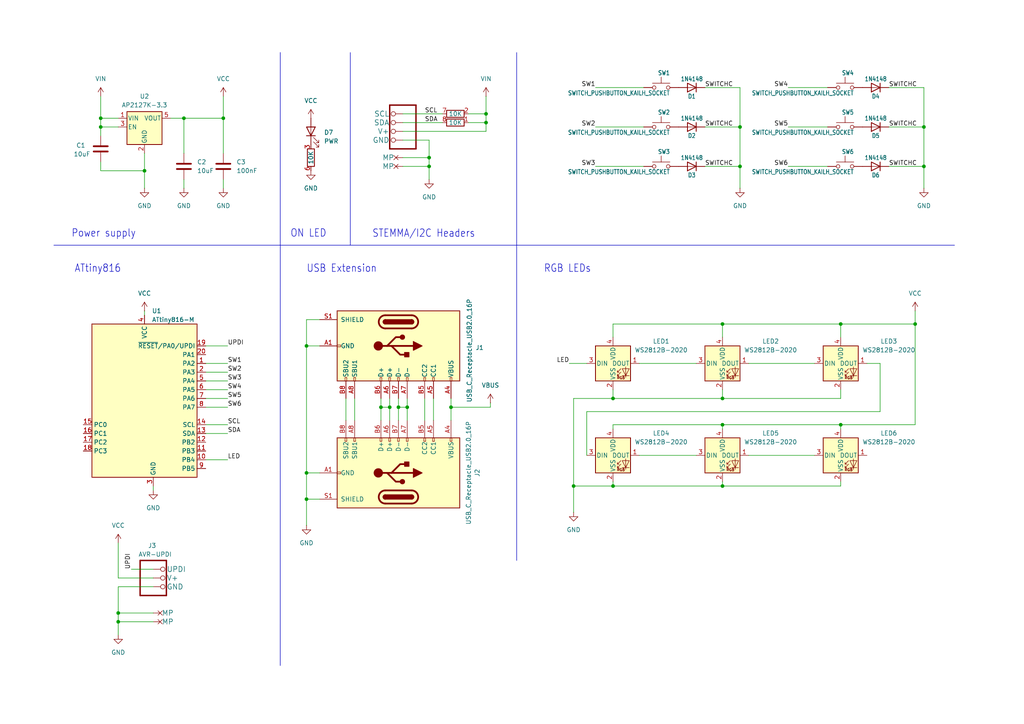
<source format=kicad_sch>
(kicad_sch (version 20250114) (generator "eeschema") (generator_version "9.0")
  (paper "A4")
  (lib_symbols
    (symbol "Device:C" (pin_numbers (hide yes)) (pin_names (offset 0.254))
      (property "Reference" "C" (at 0.635 2.54 0))
      (property "Value" "C" (at 0.635 -2.54 0))
      (symbol "C_0_1"
        (polyline (pts (xy -2.032 0.762) (xy 2.032 0.762)) (stroke (width 0.508)))
        (polyline (pts (xy -2.032 -0.762) (xy 2.032 -0.762)) (stroke (width 0.508)))
      )
      (symbol "C_1_1"
        (pin passive line (at 0 3.81 270) (length 2.794) (name "~") (number "1"))
        (pin passive line (at 0 -3.81 90) (length 2.794) (name "~") (number "2"))
      )
    )
    (symbol "Device:LED" (pin_numbers (hide yes)) (pin_names (offset 1.016) (hide yes))
      (property "Reference" "D" (at 0 2.54 0))
      (property "Value" "LED" (at 0 -2.54 0))
      (symbol "LED_0_1"
        (polyline (pts (xy -3.048 -0.762) (xy -4.572 -2.286) (xy -3.81 -2.286) (xy -4.572 -2.286) (xy -4.572 -1.524)))
        (polyline (pts (xy -1.778 -0.762) (xy -3.302 -2.286) (xy -2.54 -2.286) (xy -3.302 -2.286) (xy -3.302 -1.524)))
        (polyline (pts (xy -1.27 0) (xy 1.27 0)))
        (polyline (pts (xy -1.27 -1.27) (xy -1.27 1.27)) (stroke (width 0.254)))
        (polyline (pts (xy 1.27 -1.27) (xy 1.27 1.27) (xy -1.27 0) (xy 1.27 -1.27)) (stroke (width 0.254)))
      )
      (symbol "LED_1_1"
        (pin passive line (at -3.81 0 0) (length 2.54) (name "K") (number "1"))
        (pin passive line (at 3.81 0 180) (length 2.54) (name "A") (number "2"))
      )
    )
    (symbol "Device:R_Pack04_Split" (pin_names (offset 0) (hide yes))
      (property "Reference" "RN" (at 2.032 0 90))
      (property "Value" "R_Pack04_Split" (at 0 0 90))
      (symbol "R_Pack04_Split_0_1"
        (rectangle (start 1.016 2.54) (end -1.016 -2.54) (stroke (width 0.254)))
      )
      (symbol "R_Pack04_Split_1_1"
        (pin passive line (at 0 3.81 270) (length 1.27) (name "R1.2") (number "8"))
        (pin passive line (at 0 -3.81 90) (length 1.27) (name "R1.1") (number "1"))
      )
      (symbol "R_Pack04_Split_2_1"
        (pin passive line (at 0 3.81 270) (length 1.27) (name "R2.2") (number "7"))
        (pin passive line (at 0 -3.81 90) (length 1.27) (name "R2.1") (number "2"))
      )
      (symbol "R_Pack04_Split_3_1"
        (pin passive line (at 0 3.81 270) (length 1.27) (name "R3.2") (number "6"))
        (pin passive line (at 0 -3.81 90) (length 1.27) (name "R3.1") (number "3"))
      )
      (symbol "R_Pack04_Split_4_1"
        (pin passive line (at 0 3.81 270) (length 1.27) (name "R4.2") (number "5"))
        (pin passive line (at 0 -3.81 90) (length 1.27) (name "R4.1") (number "4"))
      )
    )
    (symbol "Diode:1N4148WS" (pin_numbers (hide yes)) (pin_names (hide yes))
      (property "Reference" "D" (at 0 2.54 0))
      (property "Value" "1N4148WS" (at 0 -2.54 0))
      (symbol "1N4148WS_0_1"
        (polyline (pts (xy -1.27 1.27) (xy -1.27 -1.27)) (stroke (width 0.254)))
        (polyline (pts (xy 1.27 1.27) (xy 1.27 -1.27) (xy -1.27 0) (xy 1.27 1.27)) (stroke (width 0.254)))
        (polyline (pts (xy 1.27 0) (xy -1.27 0)))
      )
      (symbol "1N4148WS_1_1"
        (pin passive line (at -3.81 0 0) (length 2.54) (name "K") (number "1"))
        (pin passive line (at 3.81 0 180) (length 2.54) (name "A") (number "2"))
      )
    )
    (symbol "LED:WS2812B-2020" (pin_names (offset 0.254))
      (property "Reference" "D" (at 5.08 5.715 0))
      (property "Value" "WS2812B-2020" (at 1.27 -5.715 0))
      (symbol "WS2812B-2020_0_0"
        (text "RGB" (at 2.286 -4.191 0) (effects (font (size 0.762 0.762))))
      )
      (symbol "WS2812B-2020_0_1"
        (polyline (pts (xy 1.27 -2.54) (xy 1.778 -2.54)))
        (polyline (pts (xy 1.27 -3.556) (xy 1.778 -3.556)))
        (polyline (pts (xy 2.286 -1.524) (xy 1.27 -2.54) (xy 1.27 -2.032)))
        (polyline (pts (xy 2.286 -2.54) (xy 1.27 -3.556) (xy 1.27 -3.048)))
        (polyline (pts (xy 3.683 -1.016) (xy 3.683 -3.556) (xy 3.683 -4.064)))
        (polyline (pts (xy 4.699 -1.524) (xy 2.667 -1.524) (xy 3.683 -3.556) (xy 4.699 -1.524)))
        (polyline (pts (xy 4.699 -3.556) (xy 2.667 -3.556)))
        (rectangle (start 5.08 5.08) (end -5.08 -5.08) (stroke (width 0.254)) (fill (type background)))
      )
      (symbol "WS2812B-2020_1_1"
        (pin input line (at -7.62 0 0) (length 2.54) (name "DIN") (number "3"))
        (pin power_in line (at 0 7.62 270) (length 2.54) (name "VDD") (number "4"))
        (pin power_in line (at 0 -7.62 90) (length 2.54) (name "VSS") (number "2"))
        (pin output line (at 7.62 0 180) (length 2.54) (name "DOUT") (number "1"))
      )
    )
    (symbol "Regulator_Linear:AP2127K-3.3" (pin_names (offset 0.254))
      (property "Reference" "U" (at -5.08 5.715 0))
      (property "Value" "AP2127K-3.3" (at 0 5.715 0))
      (symbol "AP2127K-3.3_0_1"
        (rectangle (start -5.08 4.445) (end 5.08 -5.08) (stroke (width 0.254)) (fill (type background)))
      )
      (symbol "AP2127K-3.3_1_1"
        (pin power_in line (at -7.62 2.54 0) (length 2.54) (name "VIN") (number "1"))
        (pin input line (at -7.62 0 0) (length 2.54) (name "EN") (number "3"))
        (pin power_in line (at 0 -7.62 90) (length 2.54) (name "GND") (number "2"))
        (pin no_connect line (at 5.08 0 180) (length 2.54) (hide yes) (name "NC") (number "4"))
        (pin power_out line (at 7.62 2.54 180) (length 2.54) (name "VOUT") (number "5"))
      )
    )
    (symbol "camelpad:ATtiny816-M"
      (property "Reference" "U" (at 2.286 22.098 0))
      (property "Value" "ATtiny816-M" (at 15.494 -24.384 0))
      (symbol "ATtiny816-M_0_1"
        (rectangle (start -15.24 21.59) (end 15.24 -22.86) (stroke (width 0.254)) (fill (type background)))
      )
      (symbol "ATtiny816-M_1_1"
        (pin bidirectional line (at -17.78 -7.62 0) (length 2.54) (name "PC0") (number "15"))
        (pin bidirectional line (at -17.78 -10.16 0) (length 2.54) (name "PC1") (number "16"))
        (pin bidirectional line (at -17.78 -12.7 0) (length 2.54) (name "PC2") (number "17"))
        (pin bidirectional line (at -17.78 -15.24 0) (length 2.54) (name "PC3") (number "18"))
        (pin passive line (at -2.54 -25.4 90) (length 2.54) (hide yes) (name "GND") (number "21"))
        (pin power_in line (at 0 24.13 270) (length 2.54) (name "VCC") (number "4"))
        (pin power_in line (at 2.54 -25.4 90) (length 2.54) (name "GND") (number "3"))
        (pin bidirectional line (at 17.78 15.24 180) (length 2.54) (name "~{RESET}/PA0/UPDI") (number "19"))
        (pin bidirectional line (at 17.78 12.7 180) (length 2.54) (name "PA1") (number "20") (alternate "SDA" bidirectional line))
        (pin bidirectional line (at 17.78 10.16 180) (length 2.54) (name "PA2") (number "1") (alternate "SCL" bidirectional line))
        (pin bidirectional line (at 17.78 7.62 180) (length 2.54) (name "PA3") (number "2"))
        (pin bidirectional line (at 17.78 5.08 180) (length 2.54) (name "PA4") (number "5"))
        (pin bidirectional line (at 17.78 2.54 180) (length 2.54) (name "PA5") (number "6"))
        (pin bidirectional line (at 17.78 0 180) (length 2.54) (name "PA6") (number "7"))
        (pin bidirectional line (at 17.78 -2.54 180) (length 2.54) (name "PA7") (number "8"))
        (pin bidirectional line (at 17.78 -7.62 180) (length 2.54) (name "PB0") (number "14") (alternate "SCL" output line))
        (pin bidirectional line (at 17.78 -10.16 180) (length 2.54) (name "PB1") (number "13") (alternate "SDA" bidirectional line))
        (pin bidirectional line (at 17.78 -12.7 180) (length 2.54) (name "PB2") (number "12"))
        (pin bidirectional line (at 17.78 -15.24 180) (length 2.54) (name "PB3") (number "11"))
        (pin bidirectional line (at 17.78 -17.78 180) (length 2.54) (name "PB4") (number "10"))
        (pin bidirectional line (at 17.78 -20.32 180) (length 2.54) (name "PB5") (number "9"))
      )
    )
    (symbol "camelpad:STEMMA_I2C_QTRA"
      (symbol "STEMMA_I2C_QTRA_1_0"
        (polyline (pts (xy -3.81 7.62) (xy -3.81 -5.08)) (stroke (width 0.4064)))
        (polyline (pts (xy -3.81 -5.08) (xy 3.81 -5.08)) (stroke (width 0.4064)))
        (polyline (pts (xy 3.81 7.62) (xy -3.81 7.62)) (stroke (width 0.4064)))
        (polyline (pts (xy 3.81 -5.08) (xy 3.81 7.62)) (stroke (width 0.4064)))
        (pin passive non_logic (at 0 12.7 0) (length 2) (name "MP") (number "5"))
        (pin passive non_logic (at 0 10.16 0) (length 2) (name "MP") (number "6"))
        (pin power_in inverted (at 0 5.08 0) (length 3.4) (name "GND") (number "1"))
        (pin power_in inverted (at 0 2.54 0) (length 3.4) (name "V+") (number "2"))
        (pin bidirectional inverted (at 0 0 0) (length 3.4) (name "SDA") (number "3"))
        (pin bidirectional inverted (at 0 -2.54 0) (length 3.4) (name "SCL") (number "4"))
      )
    )
    (symbol "camelpad:SW_Push" (pin_numbers (hide yes)) (pin_names (offset 1.016) (hide yes))
      (property "Reference" "SW" (at 1.27 2.54 0))
      (property "Value" "SW_Push" (at 0 -1.524 0))
      (symbol "SW_Push_0_1"
        (circle (center -2.032 0) (radius 0.508))
        (polyline (pts (xy 0 1.27) (xy 0 3.048)))
        (circle (center 2.032 0) (radius 0.508))
        (polyline (pts (xy 2.54 1.27) (xy -2.54 1.27)))
        (pin passive line (at -5.08 0 0) (length 2.54) (name "1") (number "1"))
        (pin passive line (at 5.08 0 180) (length 2.54) (name "2") (number "2"))
      )
    )
    (symbol "camelpad:UPDI_JST_SH_3P"
      (property "Reference" "J3" (at -1.524 11.938 0))
      (property "Value" "AVR-UPDI" (at -4.318 9.398 0))
      (symbol "UPDI_JST_SH_3P_1_0"
        (polyline (pts (xy -3.81 7.62) (xy -3.81 -2.54)) (stroke (width 0.4064)))
        (polyline (pts (xy -3.81 -2.54) (xy 3.81 -2.54)) (stroke (width 0.4064)))
        (polyline (pts (xy 3.81 7.62) (xy -3.81 7.62)) (stroke (width 0.4064)))
        (polyline (pts (xy 3.81 -2.54) (xy 3.81 7.62)) (stroke (width 0.4064)))
        (pin power_in inverted (at 0 5.08 0) (length 3.4) (name "UPDI") (number "1"))
        (pin power_in inverted (at 0 2.54 0) (length 3.4) (name "V+") (number "2"))
        (pin bidirectional inverted (at 0 0 0) (length 3.4) (name "GND") (number "3"))
        (pin passive non_logic (at 0 -7.62 0) (length 2) (name "MP") (number "MP"))
        (pin passive non_logic (at 0 -10.16 0) (length 2) (name "MP") (number "MP"))
      )
    )
    (symbol "camelpad:USB_C_Receptacle_USB2.0_16P" (pin_names (offset 1.016))
      (property "Reference" "J" (at 0 22.225 0))
      (property "Value" "USB_C_Receptacle_USB2.0_16P" (at 0 19.685 0))
      (symbol "USB_C_Receptacle_USB2.0_16P_0_0"
        (rectangle (start -0.254 -17.78) (end 0.254 -16.764))
        (rectangle (start 10.16 15.494) (end 9.144 14.986))
        (rectangle (start 10.16 10.414) (end 9.144 9.906))
        (rectangle (start 10.16 7.874) (end 9.144 7.366))
        (rectangle (start 10.16 2.794) (end 9.144 2.286))
        (rectangle (start 10.16 0.254) (end 9.144 -0.254))
        (rectangle (start 10.16 -2.286) (end 9.144 -2.794))
        (rectangle (start 10.16 -4.826) (end 9.144 -5.334))
        (rectangle (start 10.16 -12.446) (end 9.144 -12.954))
        (rectangle (start 10.16 -14.986) (end 9.144 -15.494))
      )
      (symbol "USB_C_Receptacle_USB2.0_16P_0_1"
        (rectangle (start -10.16 17.78) (end 10.16 -17.78) (stroke (width 0.254)) (fill (type background)))
        (polyline (pts (xy -8.89 -3.81) (xy -8.89 3.81)) (stroke (width 0.508)))
        (rectangle (start -7.62 -3.81) (end -6.35 3.81) (stroke (width 0.254)) (fill (type outline)))
        (arc (start -7.62 3.81) (mid -6.985 4.4423) (end -6.35 3.81) (stroke (width 0.254)))
        (arc (start -7.62 3.81) (mid -6.985 4.4423) (end -6.35 3.81) (stroke (width 0.254)) (fill (type outline)))
        (arc (start -8.89 3.81) (mid -6.985 5.7067) (end -5.08 3.81) (stroke (width 0.508)))
        (arc (start -5.08 -3.81) (mid -6.985 -5.7067) (end -8.89 -3.81) (stroke (width 0.508)))
        (arc (start -6.35 -3.81) (mid -6.985 -4.4423) (end -7.62 -3.81) (stroke (width 0.254)))
        (arc (start -6.35 -3.81) (mid -6.985 -4.4423) (end -7.62 -3.81) (stroke (width 0.254)) (fill (type outline)))
        (polyline (pts (xy -5.08 3.81) (xy -5.08 -3.81)) (stroke (width 0.508)))
        (circle (center -2.54 1.143) (radius 0.635) (stroke (width 0.254)) (fill (type outline)))
        (polyline (pts (xy -1.27 4.318) (xy 0 6.858) (xy 1.27 4.318) (xy -1.27 4.318)) (stroke (width 0.254)) (fill (type outline)))
        (polyline (pts (xy 0 -2.032) (xy 2.54 0.508) (xy 2.54 1.778)) (stroke (width 0.508)))
        (polyline (pts (xy 0 -3.302) (xy -2.54 -0.762) (xy -2.54 0.508)) (stroke (width 0.508)))
        (polyline (pts (xy 0 -5.842) (xy 0 4.318)) (stroke (width 0.508)))
        (circle (center 0 -5.842) (radius 1.27) (fill (type outline)))
        (rectangle (start 1.905 1.778) (end 3.175 3.048) (stroke (width 0.254)) (fill (type outline)))
      )
      (symbol "USB_C_Receptacle_USB2.0_16P_1_1"
        (pin passive line (at -7.62 -22.86 90) (length 5.08) (name "SHIELD") (number "S1"))
        (pin passive line (at 0 -22.86 90) (length 5.08) (name "GND") (number "A1"))
        (pin passive line (at 0 -22.86 90) (length 5.08) (hide yes) (name "GND") (number "A12"))
        (pin passive line (at 0 -22.86 90) (length 5.08) (hide yes) (name "GND") (number "B1"))
        (pin passive line (at 0 -22.86 90) (length 5.08) (hide yes) (name "GND") (number "B12"))
        (pin passive line (at 15.24 15.24 180) (length 5.08) (name "VBUS") (number "A4"))
        (pin passive line (at 15.24 15.24 180) (length 5.08) (hide yes) (name "VBUS") (number "A9"))
        (pin passive line (at 15.24 15.24 180) (length 5.08) (hide yes) (name "VBUS") (number "B4"))
        (pin passive line (at 15.24 15.24 180) (length 5.08) (hide yes) (name "VBUS") (number "B9"))
        (pin bidirectional line (at 15.24 10.16 180) (length 5.08) (name "CC1") (number "A5"))
        (pin bidirectional line (at 15.24 7.62 180) (length 5.08) (name "CC2") (number "B5"))
        (pin bidirectional line (at 15.24 2.54 180) (length 5.08) (name "D-") (number "A7"))
        (pin bidirectional line (at 15.24 0 180) (length 5.08) (name "D-") (number "B7"))
        (pin bidirectional line (at 15.24 -2.54 180) (length 5.08) (name "D+") (number "A6"))
        (pin bidirectional line (at 15.24 -5.08 180) (length 5.08) (name "D+") (number "B6"))
        (pin bidirectional line (at 15.24 -12.7 180) (length 5.08) (name "SBU1") (number "A8"))
        (pin bidirectional line (at 15.24 -15.24 180) (length 5.08) (name "SBU2") (number "B8"))
      )
    )
    (symbol "power:+3.3V" (power) (pin_numbers (hide yes)) (pin_names (offset 0) (hide yes))
      (property "Value" "+3.3V" (at 0 3.556 0))
      (symbol "+3.3V_0_1"
        (polyline (pts (xy -0.762 1.27) (xy 0 2.54)))
        (polyline (pts (xy 0 2.54) (xy 0.762 1.27)))
        (polyline (pts (xy 0 0) (xy 0 2.54)))
      )
      (symbol "+3.3V_1_1"
        (pin power_in line (at 0 0 90) (length 0) (name "~") (number "1"))
      )
    )
    (symbol "power:GND" (power) (pin_numbers (hide yes)) (pin_names (offset 0) (hide yes))
      (property "Value" "GND" (at 0 -3.81 0))
      (symbol "GND_0_1"
        (polyline (pts (xy 0 0) (xy 0 -1.27) (xy 1.27 -1.27) (xy 0 -2.54) (xy -1.27 -1.27) (xy 0 -1.27)))
      )
      (symbol "GND_1_1"
        (pin power_in line (at 0 0 270) (length 0) (name "~") (number "1"))
      )
    )
    (symbol "power:VBUS" (power) (pin_numbers (hide yes)) (pin_names (offset 0) (hide yes))
      (property "Value" "VBUS" (at 0 3.556 0))
      (symbol "VBUS_0_1"
        (polyline (pts (xy -0.762 1.27) (xy 0 2.54)))
        (polyline (pts (xy 0 2.54) (xy 0.762 1.27)))
        (polyline (pts (xy 0 0) (xy 0 2.54)))
      )
      (symbol "VBUS_1_1"
        (pin power_in line (at 0 0 90) (length 0) (name "~") (number "1"))
      )
    )
    (symbol "power:VCC" (power) (pin_numbers (hide yes)) (pin_names (offset 0) (hide yes))
      (property "Value" "VCC" (at 0 3.556 0))
      (symbol "VCC_0_1"
        (polyline (pts (xy -0.762 1.27) (xy 0 2.54)))
        (polyline (pts (xy 0 2.54) (xy 0.762 1.27)))
        (polyline (pts (xy 0 0) (xy 0 2.54)))
      )
      (symbol "VCC_1_1"
        (pin power_in line (at 0 0 90) (length 0) (name "~") (number "1"))
      )
    )
  )
  (text "STEMMA/I2C Headers" (at 107.95 69.088 0) (effects (font (size 2.1844 1.8567)) (justify left bottom)))
  (text "Power supply" (at 20.6964 69.0354 0) (effects (font (size 2.1844 1.8567)) (justify left bottom)))
  (text "ON LED" (at 84.1964 69.0354 0) (effects (font (size 2.1844 1.8567)) (justify left bottom)))
  (text "RGB LEDs" (at 157.734 79.248 0) (effects (font (size 2.1844 1.8567)) (justify left bottom)))
  (text "USB Extension" (at 88.9 79.248 0) (effects (font (size 2.1844 1.8567)) (justify left bottom)))
  (text "ATtiny816" (at 21.59 79.248 0) (effects (font (size 2.1844 1.8567)) (justify left bottom)))
  (junction (at 177.8 115.57))
  (junction (at 166.37 140.97))
  (junction (at 64.77 34.29))
  (junction (at 29.21 34.29))
  (junction (at 209.55 115.57))
  (junction (at 209.55 140.97))
  (junction (at 29.21 36.83))
  (junction (at 177.8 140.97))
  (junction (at 243.84 123.19))
  (junction (at 118.11 118.11))
  (junction (at 124.46 48.26))
  (junction (at 115.57 118.11))
  (junction (at 140.97 35.56))
  (junction (at 209.55 93.98))
  (junction (at 88.9 137.16))
  (junction (at 124.46 45.72))
  (junction (at 214.63 48.26))
  (junction (at 41.91 49.53))
  (junction (at 243.84 93.98))
  (junction (at 88.9 144.78))
  (junction (at 267.97 48.26))
  (junction (at 209.55 123.19))
  (junction (at 34.29 177.8))
  (junction (at 113.03 118.11))
  (junction (at 110.49 118.11))
  (junction (at 140.97 33.02))
  (junction (at 265.43 93.98))
  (junction (at 267.97 36.83))
  (junction (at 34.29 180.34))
  (junction (at 53.34 34.29))
  (junction (at 130.81 118.11))
  (junction (at 214.63 36.83))
  (junction (at 88.9 100.33))
  (polyline (pts (xy 101.6 15.24) (xy 101.6 71.12)) (stroke (width 0.1524) (type solid)))
  (wire (pts (xy 209.55 113.03) (xy 209.55 115.57)))
  (wire (pts (xy 265.43 93.98) (xy 265.43 123.19)))
  (wire (pts (xy 115.57 118.11) (xy 115.57 121.92)))
  (wire (pts (xy 124.46 40.64) (xy 124.46 45.72)))
  (wire (pts (xy 140.97 27.94) (xy 140.97 33.02)))
  (wire (pts (xy 118.11 115.57) (xy 118.11 118.11)))
  (wire (pts (xy 214.63 48.26) (xy 214.63 54.61)))
  (wire (pts (xy 113.03 118.11) (xy 113.03 121.92)))
  (wire (pts (xy 59.69 107.95) (xy 66.04 107.95)))
  (wire (pts (xy 59.69 105.41) (xy 66.04 105.41)))
  (wire (pts (xy 265.43 90.17) (xy 265.43 93.98)))
  (polyline (pts (xy 81.28 71.12) (xy 101.6 71.12)) (stroke (width 0.1524) (type solid)))
  (wire (pts (xy 115.57 115.57) (xy 115.57 118.11)))
  (wire (pts (xy 228.6 48.26) (xy 240.03 48.26)))
  (wire (pts (xy 177.8 115.57) (xy 209.55 115.57)))
  (wire (pts (xy 125.73 115.57) (xy 125.73 121.92)))
  (wire (pts (xy 64.77 27.94) (xy 64.77 34.29)))
  (wire (pts (xy 59.69 113.03) (xy 66.04 113.03)))
  (wire (pts (xy 44.45 170.18) (xy 34.29 170.18)))
  (wire (pts (xy 41.91 90.17) (xy 41.91 91.44)))
  (wire (pts (xy 209.55 140.97) (xy 243.84 140.97)))
  (wire (pts (xy 170.18 132.08) (xy 170.18 119.38)))
  (wire (pts (xy 34.29 184.15) (xy 34.29 180.34)))
  (wire (pts (xy 140.97 35.56) (xy 140.97 38.1)))
  (wire (pts (xy 214.63 25.4) (xy 214.63 36.83)))
  (wire (pts (xy 64.77 44.45) (xy 64.77 34.29)))
  (wire (pts (xy 209.55 93.98) (xy 209.55 97.79)))
  (polyline (pts (xy 101.6 71.12) (xy 276.86 71.12)) (stroke (width 0.1524) (type solid)))
  (wire (pts (xy 217.17 105.41) (xy 236.22 105.41)))
  (wire (pts (xy 257.81 36.83) (xy 267.97 36.83)))
  (wire (pts (xy 116.84 45.72) (xy 124.46 45.72)))
  (wire (pts (xy 185.42 105.41) (xy 201.93 105.41)))
  (wire (pts (xy 209.55 139.7) (xy 209.55 140.97)))
  (wire (pts (xy 228.6 36.83) (xy 240.03 36.83)))
  (wire (pts (xy 34.29 167.64) (xy 44.45 167.64)))
  (wire (pts (xy 116.84 40.64) (xy 124.46 40.64)))
  (wire (pts (xy 64.77 52.07) (xy 64.77 54.61)))
  (wire (pts (xy 243.84 113.03) (xy 243.84 115.57)))
  (polyline (pts (xy 149.86 15.24) (xy 149.86 71.12)) (stroke (width 0.1524) (type solid)))
  (wire (pts (xy 257.81 25.4) (xy 267.97 25.4)))
  (polyline (pts (xy 81.2859 71.0946) (xy 81.28 193.04)) (stroke (width 0.1524) (type solid)))
  (wire (pts (xy 34.29 36.83) (xy 29.21 36.83)))
  (wire (pts (xy 34.29 177.8) (xy 34.29 180.34)))
  (wire (pts (xy 172.72 25.4) (xy 186.69 25.4)))
  (wire (pts (xy 243.84 97.79) (xy 243.84 93.98)))
  (wire (pts (xy 53.34 34.29) (xy 53.34 44.45)))
  (wire (pts (xy 170.18 119.38) (xy 255.27 119.38)))
  (wire (pts (xy 34.29 170.18) (xy 34.29 177.8)))
  (wire (pts (xy 255.27 119.38) (xy 255.27 105.41)))
  (wire (pts (xy 177.8 97.79) (xy 177.8 93.98)))
  (wire (pts (xy 204.47 36.83) (xy 214.63 36.83)))
  (wire (pts (xy 34.29 177.8) (xy 44.45 177.8)))
  (wire (pts (xy 88.9 144.78) (xy 92.71 144.78)))
  (wire (pts (xy 92.71 92.71) (xy 88.9 92.71)))
  (wire (pts (xy 265.43 123.19) (xy 243.84 123.19)))
  (wire (pts (xy 88.9 144.78) (xy 88.9 152.4)))
  (wire (pts (xy 59.69 115.57) (xy 66.04 115.57)))
  (wire (pts (xy 209.55 123.19) (xy 209.55 124.46)))
  (wire (pts (xy 243.84 93.98) (xy 265.43 93.98)))
  (polyline (pts (xy 149.86 71.12) (xy 149.86 162.56)) (stroke (width 0.1524) (type solid)))
  (wire (pts (xy 267.97 25.4) (xy 267.97 36.83)))
  (wire (pts (xy 172.72 36.83) (xy 186.69 36.83)))
  (wire (pts (xy 140.97 38.1) (xy 116.84 38.1)))
  (wire (pts (xy 267.97 48.26) (xy 267.97 54.61)))
  (wire (pts (xy 113.03 115.57) (xy 113.03 118.11)))
  (wire (pts (xy 100.33 115.57) (xy 100.33 121.92)))
  (wire (pts (xy 124.46 48.26) (xy 124.46 52.07)))
  (wire (pts (xy 29.21 46.99) (xy 29.21 49.53)))
  (wire (pts (xy 38.1 165.1) (xy 44.45 165.1)))
  (wire (pts (xy 102.87 115.57) (xy 102.87 121.92)))
  (wire (pts (xy 88.9 137.16) (xy 92.71 137.16)))
  (wire (pts (xy 59.69 123.19) (xy 66.04 123.19)))
  (wire (pts (xy 53.34 52.07) (xy 53.34 54.61)))
  (wire (pts (xy 243.84 139.7) (xy 243.84 140.97)))
  (wire (pts (xy 34.29 34.29) (xy 29.21 34.29)))
  (wire (pts (xy 29.21 27.94) (xy 29.21 34.29)))
  (wire (pts (xy 228.6 25.4) (xy 240.03 25.4)))
  (wire (pts (xy 214.63 36.83) (xy 214.63 48.26)))
  (wire (pts (xy 59.69 100.33) (xy 66.04 100.33)))
  (wire (pts (xy 88.9 137.16) (xy 88.9 144.78)))
  (wire (pts (xy 166.37 140.97) (xy 166.37 148.59)))
  (wire (pts (xy 166.37 115.57) (xy 166.37 140.97)))
  (wire (pts (xy 34.29 157.48) (xy 34.29 167.64)))
  (wire (pts (xy 185.42 132.08) (xy 201.93 132.08)))
  (wire (pts (xy 49.53 34.29) (xy 53.34 34.29)))
  (wire (pts (xy 66.04 133.35) (xy 59.69 133.35)))
  (wire (pts (xy 41.91 49.53) (xy 41.91 54.61)))
  (wire (pts (xy 110.49 118.11) (xy 113.03 118.11)))
  (wire (pts (xy 116.84 35.56) (xy 128.27 35.56)))
  (wire (pts (xy 177.8 93.98) (xy 209.55 93.98)))
  (wire (pts (xy 243.84 93.98) (xy 209.55 93.98)))
  (wire (pts (xy 165.1 105.41) (xy 170.18 105.41)))
  (wire (pts (xy 115.57 118.11) (xy 118.11 118.11)))
  (wire (pts (xy 243.84 123.19) (xy 243.84 124.46)))
  (wire (pts (xy 29.21 34.29) (xy 29.21 36.83)))
  (wire (pts (xy 59.69 118.11) (xy 66.04 118.11)))
  (wire (pts (xy 64.77 34.29) (xy 53.34 34.29)))
  (wire (pts (xy 204.47 25.4) (xy 214.63 25.4)))
  (wire (pts (xy 135.89 33.02) (xy 140.97 33.02)))
  (wire (pts (xy 267.97 36.83) (xy 267.97 48.26)))
  (wire (pts (xy 123.19 115.57) (xy 123.19 121.92)))
  (wire (pts (xy 140.97 33.02) (xy 140.97 35.56)))
  (wire (pts (xy 217.17 132.08) (xy 236.22 132.08)))
  (wire (pts (xy 177.8 113.03) (xy 177.8 115.57)))
  (wire (pts (xy 116.84 33.02) (xy 128.27 33.02)))
  (wire (pts (xy 177.8 123.19) (xy 209.55 123.19)))
  (wire (pts (xy 166.37 140.97) (xy 177.8 140.97)))
  (wire (pts (xy 172.72 48.26) (xy 186.69 48.26)))
  (wire (pts (xy 130.81 115.57) (xy 130.81 118.11)))
  (wire (pts (xy 204.47 48.26) (xy 214.63 48.26)))
  (wire (pts (xy 166.37 115.57) (xy 177.8 115.57)))
  (polyline (pts (xy 81.2859 15.2146) (xy 81.28 71.12)) (stroke (width 0.1524) (type solid)))
  (wire (pts (xy 110.49 115.57) (xy 110.49 118.11)))
  (wire (pts (xy 135.89 35.56) (xy 140.97 35.56)))
  (wire (pts (xy 44.45 180.34) (xy 34.29 180.34)))
  (wire (pts (xy 177.8 140.97) (xy 209.55 140.97)))
  (wire (pts (xy 209.55 115.57) (xy 243.84 115.57)))
  (wire (pts (xy 88.9 100.33) (xy 92.71 100.33)))
  (wire (pts (xy 41.91 44.45) (xy 41.91 49.53)))
  (wire (pts (xy 88.9 100.33) (xy 88.9 137.16)))
  (wire (pts (xy 88.9 92.71) (xy 88.9 100.33)))
  (wire (pts (xy 130.81 118.11) (xy 130.81 121.92)))
  (wire (pts (xy 209.55 123.19) (xy 243.84 123.19)))
  (wire (pts (xy 59.69 110.49) (xy 66.04 110.49)))
  (wire (pts (xy 116.84 48.26) (xy 124.46 48.26)))
  (wire (pts (xy 257.81 48.26) (xy 267.97 48.26)))
  (wire (pts (xy 124.46 45.72) (xy 124.46 48.26)))
  (wire (pts (xy 142.24 116.84) (xy 142.24 118.11)))
  (wire (pts (xy 118.11 118.11) (xy 118.11 121.92)))
  (wire (pts (xy 110.49 118.11) (xy 110.49 121.92)))
  (wire (pts (xy 44.45 140.97) (xy 44.45 142.24)))
  (wire (pts (xy 29.21 49.53) (xy 41.91 49.53)))
  (wire (pts (xy 177.8 139.7) (xy 177.8 140.97)))
  (wire (pts (xy 130.81 118.11) (xy 142.24 118.11)))
  (wire (pts (xy 255.27 105.41) (xy 251.46 105.41)))
  (wire (pts (xy 177.8 124.46) (xy 177.8 123.19)))
  (polyline (pts (xy 15.6164 71.12) (xy 81.28 71.12)) (stroke (width 0.1524) (type solid)))
  (wire (pts (xy 59.69 125.73) (xy 66.04 125.73)))
  (wire (pts (xy 29.21 36.83) (xy 29.21 39.37)))
  (label "SWITCHC" (at 257.81 36.83 0) (effects (font (size 1.2446 1.2446))))
  (label "SDA" (at 123.19 35.56 0))
  (label "SW2" (at 66.04 107.95 0))
  (label "SW6" (at 66.04 118.11 0))
  (label "SW3" (at 66.04 110.49 0))
  (label "LED" (at 165.1 105.41 180))
  (label "UPDI" (at 38.1 165.1 90))
  (label "SW1" (at 172.72 25.4 180))
  (label "SWITCHC" (at 204.47 48.26 0) (effects (font (size 1.2446 1.2446))))
  (label "LED" (at 66.04 133.35 0))
  (label "SW2" (at 172.72 36.83 180))
  (label "UPDI" (at 66.04 100.33 0))
  (label "SWITCHC" (at 257.81 25.4 0) (effects (font (size 1.2446 1.2446))))
  (label "SDA" (at 66.04 125.73 0))
  (label "SCL" (at 123.19 33.02 0))
  (label "SCL" (at 66.04 123.19 0))
  (label "SW4" (at 228.6 25.4 180))
  (label "SWITCHC" (at 257.81 48.26 0) (effects (font (size 1.2446 1.2446))))
  (label "SW5" (at 66.04 115.57 0))
  (label "SWITCHC" (at 204.47 25.4 0) (effects (font (size 1.2446 1.2446))))
  (label "SW5" (at 228.6 36.83 180))
  (label "SWITCHC" (at 204.47 36.83 0) (effects (font (size 1.2446 1.2446))))
  (label "SW4" (at 66.04 113.03 0))
  (label "SW1" (at 66.04 105.41 0))
  (label "SW6" (at 228.6 48.26 180))
  (label "SW3" (at 172.72 48.26 180))
  (symbol (lib_id "power:GND") (at 166.37 148.59 0) (unit 1)
    (property "Reference" "#PWR09" (effects (hide yes)))
    (property "Value" "GND" (at 166.37 153.67 0))
    (property "Description" "Power symbol creates a global label with name \"GND\" , ground" (effects (hide yes)))
  )
  (symbol (lib_id "power:+3.3V") (at 64.77 27.94 0) (unit 1)
    (property "Reference" "#PWR03" (effects (hide yes)))
    (property "Value" "VCC" (at 64.77 22.86 0))
    (property "Description" "Power symbol creates a global label with name \"+3.3V\"" (effects (hide yes)))
  )
  (symbol (lib_id "camelpad:SW_Push") (at 245.11 48.26 0) (mirror y) (unit 1) (in_bom no)
    (property "Reference" "SW6" (at 247.65 44.704 0) (effects (font (size 1.27 1.0795)) (justify left bottom)))
    (property "Value" "SWITCH_PUSHBUTTON_KAILH_SOCKET" (at 247.65 50.546 0) (effects (font (size 1.27 1.0795)) (justify left bottom)))
    (property "Footprint" "camelpad:KAILH_SOCKET" (effects (hide yes)))
    (property "Description" "Push button switch, generic, two pins" (effects (hide yes)))
  )
  (symbol (lib_id "power:GND") (at 34.29 184.15 0) (unit 1)
    (property "Reference" "#PWR019" (effects (hide yes)))
    (property "Value" "GND" (at 34.29 189.23 0))
    (property "Description" "Power symbol creates a global label with name \"GND\" , ground" (effects (hide yes)))
  )
  (symbol (lib_id "power:GND") (at 44.45 142.24 0) (unit 1)
    (property "Reference" "#PWR011" (effects (hide yes)))
    (property "Value" "GND" (at 44.45 147.32 0))
    (property "Description" "Power symbol creates a global label with name \"GND\" , ground" (effects (hide yes)))
  )
  (symbol (lib_id "power:GND") (at 124.46 52.07 0) (unit 1)
    (property "Reference" "#PWR01" (effects (hide yes)))
    (property "Value" "GND" (at 124.46 57.15 0))
    (property "Description" "Power symbol creates a global label with name \"GND\" , ground" (effects (hide yes)))
  )
  (symbol (lib_id "Device:C") (at 53.34 48.26 0) (unit 1)
    (property "Reference" "C2" (at 57.15 46.9899 0) (effects (justify left)))
    (property "Value" "10uF" (at 57.15 49.5299 0) (effects (justify left)))
    (property "Footprint" "Capacitor_SMD:C_0603_1608Metric" (effects (hide yes)))
    (property "Description" "Unpolarized capacitor" (effects (hide yes)))
  )
  (symbol (lib_id "Diode:1N4148WS") (at 200.66 36.83 180) (unit 1)
    (property "Reference" "D2" (at 200.66 39.37 0) (effects (font (size 1.27 1.0795))))
    (property "Value" "1N4148" (at 200.66 34.33 0) (effects (font (size 1.27 1.0795))))
    (property "Footprint" "Diode_SMD:D_SOD-323" (effects (hide yes)))
    (property "Datasheet" "https://www.vishay.com/docs/85751/1n4148ws.pdf" (effects (hide yes)))
    (property "Description" "75V 0.15A Fast switching Diode, SOD-323" (effects (hide yes)))
    (property "Sim.Device" "D" (effects (hide yes)))
    (property "Sim.Pins" "1=K 2=A" (effects (hide yes)))
  )
  (symbol (lib_id "LED:WS2812B-2020") (at 243.84 105.41 0) (unit 1)
    (property "Reference" "LED3" (at 257.81 98.9898 0))
    (property "Value" "WS2812B-2020" (at 257.81 101.5298 0))
    (property "Footprint" "camelpad:LED-SMD_4P-L2.0-W2.0-TL_WS2812B-2020" (effects (hide yes)))
    (property "Datasheet" "https://cdn-shop.adafruit.com/product-files/4684/4684_WS2812B-2020_V1.3_EN.pdf" (effects (hide yes)))
    (property "Description" "RGB LED with integrated controller, 2.0 x 2.0 mm, 12 mA" (effects (hide yes)))
  )
  (symbol (lib_id "power:GND") (at 267.97 54.61 0) (unit 1)
    (property "Reference" "#PWR013" (effects (hide yes)))
    (property "Value" "GND" (at 267.97 59.69 0))
    (property "Description" "Power symbol creates a global label with name \"GND\" , ground" (effects (hide yes)))
  )
  (symbol (lib_id "Device:LED") (at 90.17 38.1 90) (unit 1)
    (property "Reference" "D7" (at 93.98 38.4174 90) (effects (justify right)))
    (property "Value" "PWR" (at 93.98 40.9574 90) (effects (justify right)))
    (property "Footprint" "LED_SMD:LED_0402_1005Metric" (effects (hide yes)))
    (property "Description" "Light emitting diode" (effects (hide yes)))
    (property "Sim.Pins" "1=K 2=A" (effects (hide yes)))
  )
  (symbol (lib_id "power:+3.3V") (at 90.17 34.29 0) (unit 1)
    (property "Reference" "#PWR014" (effects (hide yes)))
    (property "Value" "VCC" (at 90.17 29.21 0))
    (property "Description" "Power symbol creates a global label with name \"+3.3V\"" (effects (hide yes)))
  )
  (symbol (lib_id "power:GND") (at 90.17 49.53 0) (unit 1)
    (property "Reference" "#PWR015" (effects (hide yes)))
    (property "Value" "GND" (at 90.17 54.61 0))
    (property "Description" "Power symbol creates a global label with name \"GND\" , ground" (effects (hide yes)))
  )
  (symbol (lib_id "Device:C") (at 29.21 43.18 180) (unit 1)
    (property "Reference" "C1" (at 22.098 42.164 0) (effects (justify right)))
    (property "Value" "10uF" (at 21.336 44.704 0) (effects (justify right)))
    (property "Footprint" "Capacitor_SMD:C_0603_1608Metric" (effects (hide yes)))
    (property "Description" "Unpolarized capacitor" (effects (hide yes)))
  )
  (symbol (lib_id "power:+3.3V") (at 34.29 157.48 0) (unit 1)
    (property "Reference" "#PWR018" (effects (hide yes)))
    (property "Value" "VCC" (at 34.29 152.4 0))
    (property "Description" "Power symbol creates a global label with name \"+3.3V\"" (effects (hide yes)))
  )
  (symbol (lib_id "Diode:1N4148WS") (at 200.66 48.26 180) (unit 1)
    (property "Reference" "D3" (at 200.66 50.8 0) (effects (font (size 1.27 1.0795))))
    (property "Value" "1N4148" (at 200.66 45.76 0) (effects (font (size 1.27 1.0795))))
    (property "Footprint" "Diode_SMD:D_SOD-323" (effects (hide yes)))
    (property "Datasheet" "https://www.vishay.com/docs/85751/1n4148ws.pdf" (effects (hide yes)))
    (property "Description" "75V 0.15A Fast switching Diode, SOD-323" (effects (hide yes)))
    (property "Sim.Device" "D" (effects (hide yes)))
    (property "Sim.Pins" "1=K 2=A" (effects (hide yes)))
  )
  (symbol (lib_id "power:GND") (at 64.77 54.61 0) (unit 1)
    (property "Reference" "#PWR06" (effects (hide yes)))
    (property "Value" "GND" (at 64.77 59.69 0))
    (property "Description" "Power symbol creates a global label with name \"GND\" , ground" (effects (hide yes)))
  )
  (symbol (lib_id "Diode:1N4148WS") (at 200.66 25.4 180) (unit 1)
    (property "Reference" "D1" (at 200.66 27.94 0) (effects (font (size 1.27 1.0795))))
    (property "Value" "1N4148" (at 200.66 22.9 0) (effects (font (size 1.27 1.0795))))
    (property "Footprint" "Diode_SMD:D_SOD-323" (effects (hide yes)))
    (property "Datasheet" "https://www.vishay.com/docs/85751/1n4148ws.pdf" (effects (hide yes)))
    (property "Description" "75V 0.15A Fast switching Diode, SOD-323" (effects (hide yes)))
    (property "Sim.Device" "D" (effects (hide yes)))
    (property "Sim.Pins" "1=K 2=A" (effects (hide yes)))
  )
  (symbol (lib_id "LED:WS2812B-2020") (at 177.8 132.08 0) (unit 1)
    (property "Reference" "LED4" (at 191.77 125.6598 0))
    (property "Value" "WS2812B-2020" (at 191.77 128.1998 0))
    (property "Footprint" "camelpad:LED-SMD_4P-L2.0-W2.0-TL_WS2812B-2020" (effects (hide yes)))
    (property "Datasheet" "https://cdn-shop.adafruit.com/product-files/4684/4684_WS2812B-2020_V1.3_EN.pdf" (effects (hide yes)))
    (property "Description" "RGB LED with integrated controller, 2.0 x 2.0 mm, 12 mA" (effects (hide yes)))
  )
  (symbol (lib_id "LED:WS2812B-2020") (at 177.8 105.41 0) (unit 1)
    (property "Reference" "LED1" (at 191.77 98.9898 0))
    (property "Value" "WS2812B-2020" (at 191.77 101.5298 0))
    (property "Footprint" "camelpad:LED-SMD_4P-L2.0-W2.0-TL_WS2812B-2020" (effects (hide yes)))
    (property "Datasheet" "https://cdn-shop.adafruit.com/product-files/4684/4684_WS2812B-2020_V1.3_EN.pdf" (effects (hide yes)))
    (property "Description" "RGB LED with integrated controller, 2.0 x 2.0 mm, 12 mA" (effects (hide yes)))
  )
  (symbol (lib_id "camelpad:USB_C_Receptacle_USB2.0_16P") (at 115.57 137.16 270) (mirror x) (unit 1)
    (property "Reference" "J2" (at 138.43 137.16 0))
    (property "Value" "USB_C_Receptacle_USB2.0_16P" (at 135.89 137.16 0))
    (property "Footprint" "camelpad:USB-C-SMD_GT-USB-7055E" (effects (hide yes)))
    (property "Datasheet" "https://www.usb.org/sites/default/files/documents/usb_type-c.zip" (effects (hide yes)))
    (property "Description" "USB 2.0-only 16P Type-C Receptacle connector" (effects (hide yes)))
  )
  (symbol (lib_id "power:VBUS") (at 142.24 116.84 0) (unit 1)
    (property "Reference" "#PWR017" (effects (hide yes)))
    (property "Value" "VBUS" (at 142.24 111.76 0))
    (property "Description" "Power symbol creates a global label with name \"VBUS\"" (effects (hide yes)))
  )
  (symbol (lib_id "camelpad:STEMMA_I2C_QTRA") (at 116.84 35.56 180) (unit 1)
    (property "Reference" "CONN1" (effects (hide yes)))
    (property "Footprint" "camelpad:JST_SH_BM04B-SRSS-TB_1x04-1MP_P1.00mm_Vertical" (effects (hide yes)))
  )
  (symbol (lib_id "camelpad:SW_Push") (at 191.77 25.4 0) (mirror y) (unit 1) (in_bom no)
    (property "Reference" "SW1" (at 194.31 21.844 0) (effects (font (size 1.27 1.0795)) (justify left bottom)))
    (property "Value" "SWITCH_PUSHBUTTON_KAILH_SOCKET" (at 194.31 27.686 0) (effects (font (size 1.27 1.0795)) (justify left bottom)))
    (property "Footprint" "camelpad:KAILH_SOCKET" (effects (hide yes)))
    (property "Description" "Push button switch, generic, two pins" (effects (hide yes)))
  )
  (symbol (lib_id "Diode:1N4148WS") (at 254 36.83 180) (unit 1)
    (property "Reference" "D5" (at 254 39.37 0) (effects (font (size 1.27 1.0795))))
    (property "Value" "1N4148" (at 254 34.33 0) (effects (font (size 1.27 1.0795))))
    (property "Footprint" "Diode_SMD:D_SOD-323" (effects (hide yes)))
    (property "Datasheet" "https://www.vishay.com/docs/85751/1n4148ws.pdf" (effects (hide yes)))
    (property "Description" "75V 0.15A Fast switching Diode, SOD-323" (effects (hide yes)))
    (property "Sim.Device" "D" (effects (hide yes)))
    (property "Sim.Pins" "1=K 2=A" (effects (hide yes)))
  )
  (symbol (lib_id "camelpad:USB_C_Receptacle_USB2.0_16P") (at 115.57 100.33 270) (unit 1)
    (property "Reference" "J1" (at 137.922 100.838 90) (effects (justify left)))
    (property "Value" "USB_C_Receptacle_USB2.0_16P" (at 136.144 86.614 0) (effects (justify left)))
    (property "Footprint" "camelpad:USB_C_Receptacle_Palconn_UTC16-G" (effects (hide yes)))
    (property "Datasheet" "https://www.usb.org/sites/default/files/documents/usb_type-c.zip" (effects (hide yes)))
    (property "Description" "USB 2.0-only 16P Type-C Receptacle connector" (effects (hide yes)))
  )
  (symbol (lib_id "camelpad:UPDI_JST_SH_3P") (at 44.45 170.18 0) (unit 1)
    (property "Reference" "J3" (at 42.926 158.242 0) (effects (justify left)))
    (property "Value" "AVR-UPDI" (at 40.132 160.782 0) (effects (justify left)))
    (property "Footprint" "camelpad:JST_SH_BM04B-SRSS-TB_1x03-1MP_P1.00mm_Vertical" (effects (hide yes)))
    (property "Datasheet" "https://www.microchip.com/webdoc/GUID-9D10622A-5C16-4405-B092-1BDD437B4976/index.html?GUID-9B349315-2842-4189-B88C-49F4E1055D7F" (effects (hide yes)))
    (property "Description" "Atmel 6-pin UPDI connector" (effects (hide yes)))
  )
  (symbol (lib_id "power:GND") (at 53.34 54.61 0) (unit 1)
    (property "Reference" "#PWR05" (effects (hide yes)))
    (property "Value" "GND" (at 53.34 59.69 0))
    (property "Description" "Power symbol creates a global label with name \"GND\" , ground" (effects (hide yes)))
  )
  (symbol (lib_id "Diode:1N4148WS") (at 254 48.26 180) (unit 1)
    (property "Reference" "D6" (at 254 50.8 0) (effects (font (size 1.27 1.0795))))
    (property "Value" "1N4148" (at 254 45.76 0) (effects (font (size 1.27 1.0795))))
    (property "Footprint" "Diode_SMD:D_SOD-323" (effects (hide yes)))
    (property "Datasheet" "https://www.vishay.com/docs/85751/1n4148ws.pdf" (effects (hide yes)))
    (property "Description" "75V 0.15A Fast switching Diode, SOD-323" (effects (hide yes)))
    (property "Sim.Device" "D" (effects (hide yes)))
    (property "Sim.Pins" "1=K 2=A" (effects (hide yes)))
  )
  (symbol (lib_id "power:+3.3V") (at 265.43 90.17 0) (unit 1)
    (property "Reference" "#PWR08" (effects (hide yes)))
    (property "Value" "VCC" (at 265.43 85.09 0))
    (property "Description" "Power symbol creates a global label with name \"+3.3V\"" (effects (hide yes)))
  )
  (symbol (lib_id "camelpad:ATtiny816-M") (at 41.91 115.57 0) (unit 1)
    (property "Reference" "U1" (at 44.0533 90.17 0) (effects (justify left)))
    (property "Value" "ATtiny816-M" (at 44.0533 92.71 0) (effects (justify left)))
    (property "Footprint" "camelpad:VQFN-20-1EP_3x3mm_P0.4mm_EP1.7x1.7mm" (effects (hide yes)))
    (property "Datasheet" "http://ww1.microchip.com/downloads/en/DeviceDoc/40001913A.pdf" (effects (hide yes)))
    (property "Description" "20MHz, 8kB Flash, 512B SRAM, 128B EEPROM, VQFN-20" (effects (hide yes)))
    (pin "14" (alternate "SCL"))
    (pin "13" (alternate "SDA"))
  )
  (symbol (lib_id "Device:C") (at 64.77 48.26 0) (unit 1)
    (property "Reference" "C3" (at 68.58 46.9899 0) (effects (justify left)))
    (property "Value" "100nF" (at 68.58 49.5299 0) (effects (justify left)))
    (property "Footprint" "Capacitor_SMD:C_0603_1608Metric" (effects (hide yes)))
    (property "Description" "Unpolarized capacitor" (effects (hide yes)))
  )
  (symbol (lib_id "Regulator_Linear:AP2127K-3.3") (at 41.91 36.83 0) (unit 1)
    (property "Reference" "U2" (at 41.91 27.94 0))
    (property "Value" "AP2127K-3.3" (at 41.91 30.48 0))
    (property "Footprint" "Package_TO_SOT_SMD:SOT-23-5" (effects (hide yes)))
    (property "Datasheet" "https://www.diodes.com/assets/Datasheets/AP2127.pdf" (effects (hide yes)))
    (property "Description" "300mA low dropout linear regulator, shutdown pin, 2.5V-6V input voltage, 3.3V fixed positive output, SOT-23-5" (effects (hide yes)))
  )
  (symbol (lib_id "Diode:1N4148WS") (at 254 25.4 180) (unit 1)
    (property "Reference" "D4" (at 254 27.94 0) (effects (font (size 1.27 1.0795))))
    (property "Value" "1N4148" (at 254 22.9 0) (effects (font (size 1.27 1.0795))))
    (property "Footprint" "Diode_SMD:D_SOD-323" (effects (hide yes)))
    (property "Datasheet" "https://www.vishay.com/docs/85751/1n4148ws.pdf" (effects (hide yes)))
    (property "Description" "75V 0.15A Fast switching Diode, SOD-323" (effects (hide yes)))
    (property "Sim.Device" "D" (effects (hide yes)))
    (property "Sim.Pins" "1=K 2=A" (effects (hide yes)))
  )
  (symbol (lib_id "camelpad:SW_Push") (at 245.11 36.83 0) (mirror y) (unit 1) (in_bom no)
    (property "Reference" "SW5" (at 247.65 33.274 0) (effects (font (size 1.27 1.0795)) (justify left bottom)))
    (property "Value" "SWITCH_PUSHBUTTON_KAILH_SOCKET" (at 247.65 39.116 0) (effects (font (size 1.27 1.0795)) (justify left bottom)))
    (property "Footprint" "camelpad:KAILH_SOCKET" (effects (hide yes)))
    (property "Description" "Push button switch, generic, two pins" (effects (hide yes)))
  )
  (symbol (lib_id "power:GND") (at 41.91 54.61 0) (unit 1)
    (property "Reference" "#PWR07" (effects (hide yes)))
    (property "Value" "GND" (at 41.91 59.69 0))
    (property "Description" "Power symbol creates a global label with name \"GND\" , ground" (effects (hide yes)))
  )
  (symbol (lib_id "power:+3.3V") (at 29.21 27.94 0) (unit 1)
    (property "Reference" "#PWR04" (effects (hide yes)))
    (property "Value" "VIN" (at 29.21 22.86 0))
    (property "Description" "Power symbol creates a global label with name \"+3.3V\"" (effects (hide yes)))
  )
  (symbol (lib_id "Device:R_Pack04_Split") (at 90.17 45.72 180) (unit 3)
    (property "Reference" "RN1" (effects (hide yes)))
    (property "Value" "10K" (at 90.17 45.72 90))
    (property "Footprint" "camelpad:R_Array_Convex_4x0603" (effects (hide yes)))
    (property "Description" "4 resistor network, parallel topology, split" (effects (hide yes)))
  )
  (symbol (lib_id "Device:R_Pack04_Split") (at 132.08 33.02 90) (unit 2)
    (property "Reference" "RN1" (effects (hide yes)))
    (property "Value" "10K" (at 132.08 33.02 90))
    (property "Footprint" "camelpad:R_Array_Convex_4x0603" (effects (hide yes)))
    (property "Description" "4 resistor network, parallel topology, split" (effects (hide yes)))
  )
  (symbol (lib_id "Device:R_Pack04_Split") (at 132.08 35.56 90) (unit 1)
    (property "Reference" "RN1" (effects (hide yes)))
    (property "Value" "10K" (at 132.08 35.56 90))
    (property "Footprint" "camelpad:R_Array_Convex_4x0603" (effects (hide yes)))
    (property "Description" "4 resistor network, parallel topology, split" (effects (hide yes)))
  )
  (symbol (lib_id "LED:WS2812B-2020") (at 209.55 105.41 0) (unit 1)
    (property "Reference" "LED2" (at 223.52 98.9898 0))
    (property "Value" "WS2812B-2020" (at 223.52 101.5298 0))
    (property "Footprint" "camelpad:LED-SMD_4P-L2.0-W2.0-TL_WS2812B-2020" (effects (hide yes)))
    (property "Datasheet" "https://cdn-shop.adafruit.com/product-files/4684/4684_WS2812B-2020_V1.3_EN.pdf" (effects (hide yes)))
    (property "Description" "RGB LED with integrated controller, 2.0 x 2.0 mm, 12 mA" (effects (hide yes)))
  )
  (symbol (lib_id "camelpad:SW_Push") (at 191.77 48.26 0) (mirror y) (unit 1) (in_bom no)
    (property "Reference" "SW3" (at 194.31 44.704 0) (effects (font (size 1.27 1.0795)) (justify left bottom)))
    (property "Value" "SWITCH_PUSHBUTTON_KAILH_SOCKET" (at 194.31 50.546 0) (effects (font (size 1.27 1.0795)) (justify left bottom)))
    (property "Footprint" "camelpad:KAILH_SOCKET" (effects (hide yes)))
    (property "Description" "Push button switch, generic, two pins" (effects (hide yes)))
  )
  (symbol (lib_id "LED:WS2812B-2020") (at 243.84 132.08 0) (unit 1)
    (property "Reference" "LED6" (at 257.81 125.6598 0))
    (property "Value" "WS2812B-2020" (at 257.81 128.1998 0))
    (property "Footprint" "camelpad:LED-SMD_4P-L2.0-W2.0-TL_WS2812B-2020" (effects (hide yes)))
    (property "Datasheet" "https://cdn-shop.adafruit.com/product-files/4684/4684_WS2812B-2020_V1.3_EN.pdf" (effects (hide yes)))
    (property "Description" "RGB LED with integrated controller, 2.0 x 2.0 mm, 12 mA" (effects (hide yes)))
  )
  (symbol (lib_id "power:GND") (at 88.9 152.4 0) (unit 1)
    (property "Reference" "#PWR016" (effects (hide yes)))
    (property "Value" "GND" (at 88.9 157.48 0))
    (property "Description" "Power symbol creates a global label with name \"GND\" , ground" (effects (hide yes)))
  )
  (symbol (lib_id "camelpad:SW_Push") (at 245.11 25.4 0) (mirror y) (unit 1) (in_bom no)
    (property "Reference" "SW4" (at 247.65 21.844 0) (effects (font (size 1.27 1.0795)) (justify left bottom)))
    (property "Value" "SWITCH_PUSHBUTTON_KAILH_SOCKET" (at 247.65 27.686 0) (effects (font (size 1.27 1.0795)) (justify left bottom)))
    (property "Footprint" "camelpad:KAILH_SOCKET" (effects (hide yes)))
    (property "Description" "Push button switch, generic, two pins" (effects (hide yes)))
  )
  (symbol (lib_id "power:+3.3V") (at 41.91 90.17 0) (unit 1)
    (property "Reference" "#PWR012" (effects (hide yes)))
    (property "Value" "VCC" (at 41.91 85.09 0))
    (property "Description" "Power symbol creates a global label with name \"+3.3V\"" (effects (hide yes)))
  )
  (symbol (lib_id "LED:WS2812B-2020") (at 209.55 132.08 0) (unit 1)
    (property "Reference" "LED5" (at 223.52 125.6598 0))
    (property "Value" "WS2812B-2020" (at 223.52 128.1998 0))
    (property "Footprint" "camelpad:LED-SMD_4P-L2.0-W2.0-TL_WS2812B-2020" (effects (hide yes)))
    (property "Datasheet" "https://cdn-shop.adafruit.com/product-files/4684/4684_WS2812B-2020_V1.3_EN.pdf" (effects (hide yes)))
    (property "Description" "RGB LED with integrated controller, 2.0 x 2.0 mm, 12 mA" (effects (hide yes)))
  )
  (symbol (lib_id "power:GND") (at 214.63 54.61 0) (unit 1)
    (property "Reference" "#PWR010" (effects (hide yes)))
    (property "Value" "GND" (at 214.63 59.69 0))
    (property "Description" "Power symbol creates a global label with name \"GND\" , ground" (effects (hide yes)))
  )
  (symbol (lib_id "power:VCC") (at 140.97 27.94 0) (unit 1)
    (property "Reference" "#PWR02" (effects (hide yes)))
    (property "Value" "VIN" (at 140.97 22.86 0))
    (property "Description" "Power symbol creates a global label with name \"VCC\"" (effects (hide yes)))
  )
  (symbol (lib_id "camelpad:SW_Push") (at 191.77 36.83 0) (mirror y) (unit 1) (in_bom no)
    (property "Reference" "SW2" (at 194.31 33.274 0) (effects (font (size 1.27 1.0795)) (justify left bottom)))
    (property "Value" "SWITCH_PUSHBUTTON_KAILH_SOCKET" (at 194.31 39.116 0) (effects (font (size 1.27 1.0795)) (justify left bottom)))
    (property "Footprint" "camelpad:KAILH_SOCKET" (effects (hide yes)))
    (property "Description" "Push button switch, generic, two pins" (effects (hide yes)))
  )
)
</source>
